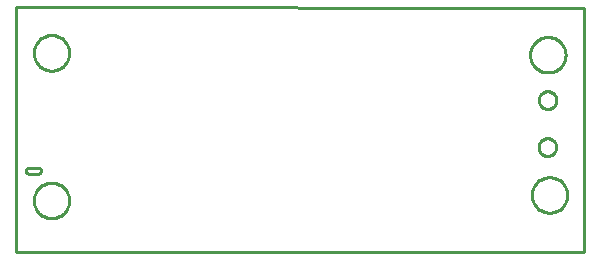
<source format=gbr>
G04 EAGLE Gerber RS-274X export*
G75*
%MOMM*%
%FSLAX34Y34*%
%LPD*%
%IN*%
%IPPOS*%
%AMOC8*
5,1,8,0,0,1.08239X$1,22.5*%
G01*
%ADD10C,0.254000*%


D10*
X39970Y269970D02*
X520850Y269770D01*
X520850Y476890D01*
X39970Y477090D01*
X39970Y269970D01*
X51000Y336250D02*
X58750Y336250D01*
X58968Y336260D01*
X59184Y336288D01*
X59397Y336335D01*
X59605Y336401D01*
X59807Y336484D01*
X60000Y336585D01*
X60184Y336702D01*
X60357Y336835D01*
X60518Y336982D01*
X60665Y337143D01*
X60798Y337316D01*
X60915Y337500D01*
X61016Y337693D01*
X61099Y337895D01*
X61165Y338103D01*
X61212Y338316D01*
X61241Y338532D01*
X61250Y338750D01*
X61241Y338968D01*
X61212Y339184D01*
X61165Y339397D01*
X61099Y339605D01*
X61016Y339807D01*
X60915Y340000D01*
X60798Y340184D01*
X60665Y340357D01*
X60518Y340518D01*
X60357Y340665D01*
X60184Y340798D01*
X60000Y340915D01*
X59807Y341016D01*
X59605Y341099D01*
X59397Y341165D01*
X59184Y341212D01*
X58968Y341241D01*
X58750Y341250D01*
X51000Y341250D01*
X50782Y341241D01*
X50566Y341212D01*
X50353Y341165D01*
X50145Y341099D01*
X49943Y341016D01*
X49750Y340915D01*
X49566Y340798D01*
X49393Y340665D01*
X49232Y340518D01*
X49085Y340357D01*
X48952Y340184D01*
X48835Y340000D01*
X48734Y339807D01*
X48651Y339605D01*
X48585Y339397D01*
X48538Y339184D01*
X48510Y338968D01*
X48500Y338750D01*
X48510Y338532D01*
X48538Y338316D01*
X48585Y338103D01*
X48651Y337895D01*
X48734Y337693D01*
X48835Y337500D01*
X48952Y337316D01*
X49085Y337143D01*
X49232Y336982D01*
X49393Y336835D01*
X49566Y336702D01*
X49750Y336585D01*
X49943Y336484D01*
X50145Y336401D01*
X50353Y336335D01*
X50566Y336288D01*
X50782Y336260D01*
X51000Y336250D01*
X497700Y398232D02*
X497628Y397498D01*
X497484Y396775D01*
X497270Y396070D01*
X496988Y395389D01*
X496641Y394740D01*
X496231Y394127D01*
X495764Y393557D01*
X495243Y393036D01*
X494673Y392569D01*
X494060Y392159D01*
X493411Y391812D01*
X492730Y391530D01*
X492025Y391316D01*
X491302Y391172D01*
X490568Y391100D01*
X489832Y391100D01*
X489098Y391172D01*
X488375Y391316D01*
X487670Y391530D01*
X486989Y391812D01*
X486340Y392159D01*
X485727Y392569D01*
X485157Y393036D01*
X484636Y393557D01*
X484169Y394127D01*
X483759Y394740D01*
X483412Y395389D01*
X483130Y396070D01*
X482916Y396775D01*
X482772Y397498D01*
X482700Y398232D01*
X482700Y398968D01*
X482772Y399702D01*
X482916Y400425D01*
X483130Y401130D01*
X483412Y401811D01*
X483759Y402460D01*
X484169Y403073D01*
X484636Y403643D01*
X485157Y404164D01*
X485727Y404631D01*
X486340Y405041D01*
X486989Y405388D01*
X487670Y405670D01*
X488375Y405884D01*
X489098Y406028D01*
X489832Y406100D01*
X490568Y406100D01*
X491302Y406028D01*
X492025Y405884D01*
X492730Y405670D01*
X493411Y405388D01*
X494060Y405041D01*
X494673Y404631D01*
X495243Y404164D01*
X495764Y403643D01*
X496231Y403073D01*
X496641Y402460D01*
X496988Y401811D01*
X497270Y401130D01*
X497484Y400425D01*
X497628Y399702D01*
X497700Y398968D01*
X497700Y398232D01*
X497600Y358432D02*
X497528Y357698D01*
X497384Y356975D01*
X497170Y356270D01*
X496888Y355589D01*
X496541Y354940D01*
X496131Y354327D01*
X495664Y353757D01*
X495143Y353236D01*
X494573Y352769D01*
X493960Y352359D01*
X493311Y352012D01*
X492630Y351730D01*
X491925Y351516D01*
X491202Y351372D01*
X490468Y351300D01*
X489732Y351300D01*
X488998Y351372D01*
X488275Y351516D01*
X487570Y351730D01*
X486889Y352012D01*
X486240Y352359D01*
X485627Y352769D01*
X485057Y353236D01*
X484536Y353757D01*
X484069Y354327D01*
X483659Y354940D01*
X483312Y355589D01*
X483030Y356270D01*
X482816Y356975D01*
X482672Y357698D01*
X482600Y358432D01*
X482600Y359168D01*
X482672Y359902D01*
X482816Y360625D01*
X483030Y361330D01*
X483312Y362011D01*
X483659Y362660D01*
X484069Y363273D01*
X484536Y363843D01*
X485057Y364364D01*
X485627Y364831D01*
X486240Y365241D01*
X486889Y365588D01*
X487570Y365870D01*
X488275Y366084D01*
X488998Y366228D01*
X489732Y366300D01*
X490468Y366300D01*
X491202Y366228D01*
X491925Y366084D01*
X492630Y365870D01*
X493311Y365588D01*
X493960Y365241D01*
X494573Y364831D01*
X495143Y364364D01*
X495664Y363843D01*
X496131Y363273D01*
X496541Y362660D01*
X496888Y362011D01*
X497170Y361330D01*
X497384Y360625D01*
X497528Y359902D01*
X497600Y359168D01*
X497600Y358432D01*
X85200Y438064D02*
X85124Y436996D01*
X84971Y435935D01*
X84743Y434888D01*
X84441Y433860D01*
X84067Y432856D01*
X83622Y431881D01*
X83108Y430941D01*
X82529Y430040D01*
X81887Y429182D01*
X81185Y428372D01*
X80428Y427615D01*
X79618Y426913D01*
X78760Y426271D01*
X77859Y425692D01*
X76919Y425178D01*
X75944Y424733D01*
X74940Y424359D01*
X73912Y424057D01*
X72865Y423829D01*
X71804Y423676D01*
X70736Y423600D01*
X69664Y423600D01*
X68596Y423676D01*
X67535Y423829D01*
X66488Y424057D01*
X65460Y424359D01*
X64456Y424733D01*
X63481Y425178D01*
X62541Y425692D01*
X61640Y426271D01*
X60782Y426913D01*
X59972Y427615D01*
X59215Y428372D01*
X58513Y429182D01*
X57871Y430040D01*
X57292Y430941D01*
X56778Y431881D01*
X56333Y432856D01*
X55959Y433860D01*
X55657Y434888D01*
X55429Y435935D01*
X55276Y436996D01*
X55200Y438064D01*
X55200Y439136D01*
X55276Y440204D01*
X55429Y441265D01*
X55657Y442312D01*
X55959Y443340D01*
X56333Y444344D01*
X56778Y445319D01*
X57292Y446259D01*
X57871Y447160D01*
X58513Y448018D01*
X59215Y448828D01*
X59972Y449585D01*
X60782Y450287D01*
X61640Y450929D01*
X62541Y451508D01*
X63481Y452022D01*
X64456Y452467D01*
X65460Y452841D01*
X66488Y453143D01*
X67535Y453371D01*
X68596Y453524D01*
X69664Y453600D01*
X70736Y453600D01*
X71804Y453524D01*
X72865Y453371D01*
X73912Y453143D01*
X74940Y452841D01*
X75944Y452467D01*
X76919Y452022D01*
X77859Y451508D01*
X78760Y450929D01*
X79618Y450287D01*
X80428Y449585D01*
X81185Y448828D01*
X81887Y448018D01*
X82529Y447160D01*
X83108Y446259D01*
X83622Y445319D01*
X84067Y444344D01*
X84441Y443340D01*
X84743Y442312D01*
X84971Y441265D01*
X85124Y440204D01*
X85200Y439136D01*
X85200Y438064D01*
X85200Y313064D02*
X85124Y311996D01*
X84971Y310935D01*
X84743Y309888D01*
X84441Y308860D01*
X84067Y307856D01*
X83622Y306881D01*
X83108Y305941D01*
X82529Y305040D01*
X81887Y304182D01*
X81185Y303372D01*
X80428Y302615D01*
X79618Y301913D01*
X78760Y301271D01*
X77859Y300692D01*
X76919Y300178D01*
X75944Y299733D01*
X74940Y299359D01*
X73912Y299057D01*
X72865Y298829D01*
X71804Y298676D01*
X70736Y298600D01*
X69664Y298600D01*
X68596Y298676D01*
X67535Y298829D01*
X66488Y299057D01*
X65460Y299359D01*
X64456Y299733D01*
X63481Y300178D01*
X62541Y300692D01*
X61640Y301271D01*
X60782Y301913D01*
X59972Y302615D01*
X59215Y303372D01*
X58513Y304182D01*
X57871Y305040D01*
X57292Y305941D01*
X56778Y306881D01*
X56333Y307856D01*
X55959Y308860D01*
X55657Y309888D01*
X55429Y310935D01*
X55276Y311996D01*
X55200Y313064D01*
X55200Y314136D01*
X55276Y315204D01*
X55429Y316265D01*
X55657Y317312D01*
X55959Y318340D01*
X56333Y319344D01*
X56778Y320319D01*
X57292Y321259D01*
X57871Y322160D01*
X58513Y323018D01*
X59215Y323828D01*
X59972Y324585D01*
X60782Y325287D01*
X61640Y325929D01*
X62541Y326508D01*
X63481Y327022D01*
X64456Y327467D01*
X65460Y327841D01*
X66488Y328143D01*
X67535Y328371D01*
X68596Y328524D01*
X69664Y328600D01*
X70736Y328600D01*
X71804Y328524D01*
X72865Y328371D01*
X73912Y328143D01*
X74940Y327841D01*
X75944Y327467D01*
X76919Y327022D01*
X77859Y326508D01*
X78760Y325929D01*
X79618Y325287D01*
X80428Y324585D01*
X81185Y323828D01*
X81887Y323018D01*
X82529Y322160D01*
X83108Y321259D01*
X83622Y320319D01*
X84067Y319344D01*
X84441Y318340D01*
X84743Y317312D01*
X84971Y316265D01*
X85124Y315204D01*
X85200Y314136D01*
X85200Y313064D01*
X506900Y317764D02*
X506824Y316696D01*
X506671Y315635D01*
X506443Y314588D01*
X506141Y313560D01*
X505767Y312556D01*
X505322Y311581D01*
X504808Y310641D01*
X504229Y309740D01*
X503587Y308882D01*
X502885Y308072D01*
X502128Y307315D01*
X501318Y306613D01*
X500460Y305971D01*
X499559Y305392D01*
X498619Y304878D01*
X497644Y304433D01*
X496640Y304059D01*
X495612Y303757D01*
X494565Y303529D01*
X493504Y303376D01*
X492436Y303300D01*
X491364Y303300D01*
X490296Y303376D01*
X489235Y303529D01*
X488188Y303757D01*
X487160Y304059D01*
X486156Y304433D01*
X485181Y304878D01*
X484241Y305392D01*
X483340Y305971D01*
X482482Y306613D01*
X481672Y307315D01*
X480915Y308072D01*
X480213Y308882D01*
X479571Y309740D01*
X478992Y310641D01*
X478478Y311581D01*
X478033Y312556D01*
X477659Y313560D01*
X477357Y314588D01*
X477129Y315635D01*
X476976Y316696D01*
X476900Y317764D01*
X476900Y318836D01*
X476976Y319904D01*
X477129Y320965D01*
X477357Y322012D01*
X477659Y323040D01*
X478033Y324044D01*
X478478Y325019D01*
X478992Y325959D01*
X479571Y326860D01*
X480213Y327718D01*
X480915Y328528D01*
X481672Y329285D01*
X482482Y329987D01*
X483340Y330629D01*
X484241Y331208D01*
X485181Y331722D01*
X486156Y332167D01*
X487160Y332541D01*
X488188Y332843D01*
X489235Y333071D01*
X490296Y333224D01*
X491364Y333300D01*
X492436Y333300D01*
X493504Y333224D01*
X494565Y333071D01*
X495612Y332843D01*
X496640Y332541D01*
X497644Y332167D01*
X498619Y331722D01*
X499559Y331208D01*
X500460Y330629D01*
X501318Y329987D01*
X502128Y329285D01*
X502885Y328528D01*
X503587Y327718D01*
X504229Y326860D01*
X504808Y325959D01*
X505322Y325019D01*
X505767Y324044D01*
X506141Y323040D01*
X506443Y322012D01*
X506671Y320965D01*
X506824Y319904D01*
X506900Y318836D01*
X506900Y317764D01*
X505400Y436464D02*
X505324Y435396D01*
X505171Y434335D01*
X504943Y433288D01*
X504641Y432260D01*
X504267Y431256D01*
X503822Y430281D01*
X503308Y429341D01*
X502729Y428440D01*
X502087Y427582D01*
X501385Y426772D01*
X500628Y426015D01*
X499818Y425313D01*
X498960Y424671D01*
X498059Y424092D01*
X497119Y423578D01*
X496144Y423133D01*
X495140Y422759D01*
X494112Y422457D01*
X493065Y422229D01*
X492004Y422076D01*
X490936Y422000D01*
X489864Y422000D01*
X488796Y422076D01*
X487735Y422229D01*
X486688Y422457D01*
X485660Y422759D01*
X484656Y423133D01*
X483681Y423578D01*
X482741Y424092D01*
X481840Y424671D01*
X480982Y425313D01*
X480172Y426015D01*
X479415Y426772D01*
X478713Y427582D01*
X478071Y428440D01*
X477492Y429341D01*
X476978Y430281D01*
X476533Y431256D01*
X476159Y432260D01*
X475857Y433288D01*
X475629Y434335D01*
X475476Y435396D01*
X475400Y436464D01*
X475400Y437536D01*
X475476Y438604D01*
X475629Y439665D01*
X475857Y440712D01*
X476159Y441740D01*
X476533Y442744D01*
X476978Y443719D01*
X477492Y444659D01*
X478071Y445560D01*
X478713Y446418D01*
X479415Y447228D01*
X480172Y447985D01*
X480982Y448687D01*
X481840Y449329D01*
X482741Y449908D01*
X483681Y450422D01*
X484656Y450867D01*
X485660Y451241D01*
X486688Y451543D01*
X487735Y451771D01*
X488796Y451924D01*
X489864Y452000D01*
X490936Y452000D01*
X492004Y451924D01*
X493065Y451771D01*
X494112Y451543D01*
X495140Y451241D01*
X496144Y450867D01*
X497119Y450422D01*
X498059Y449908D01*
X498960Y449329D01*
X499818Y448687D01*
X500628Y447985D01*
X501385Y447228D01*
X502087Y446418D01*
X502729Y445560D01*
X503308Y444659D01*
X503822Y443719D01*
X504267Y442744D01*
X504641Y441740D01*
X504943Y440712D01*
X505171Y439665D01*
X505324Y438604D01*
X505400Y437536D01*
X505400Y436464D01*
M02*

</source>
